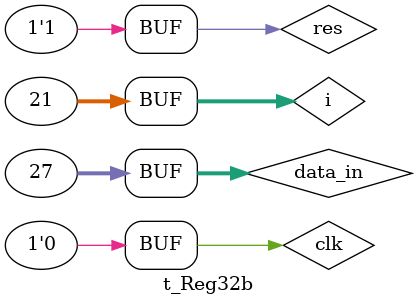
<source format=v>
/*
	K Rahul Reddy	17CO119
	Sushruth V	17CO148
	15 October 2018
*/

`include "Reg32b.v"

module t_Reg32b;
	initial begin
		$dumpfile("Reg32b.vcd");
		$dumpvars(0, t_Reg32b);
	end
	wire [0:31] data_out;		// outputs 
	reg [0:31] data_in;		// inputs 
	reg clk;			// clock
	reg res;			// reset
	Reg32b inst (data_out, data_in, clk, res);	// 32 bit Register instantiated
	integer i;
	// check for various input combinations
	initial begin
		data_in = 32'b0000000000000000000000000000111;
		clk = 1'b0;
		res = 1'b1;
			
		for (i = 1; i <= 20; i = i + 1) begin
    		#6 data_in = data_in + 1'b1;
   		end
			
	end	

	// tweaking reset bit signal
	initial begin
		#10 res = 1'b1;
		#24 res = 1'b0;
		#10 res = 1'b1;
	end
	

	initial begin
		repeat (30) begin	//Clock signal
			#5 clk = ~ clk;
		end
	end
	
	initial begin	// print result
		$monitor("%3t : data in : %b clk : %b reset : %b \t\t\t data out : %b \n", $time, data_in, clk, res, data_out);	
	end
	
	
endmodule	

</source>
